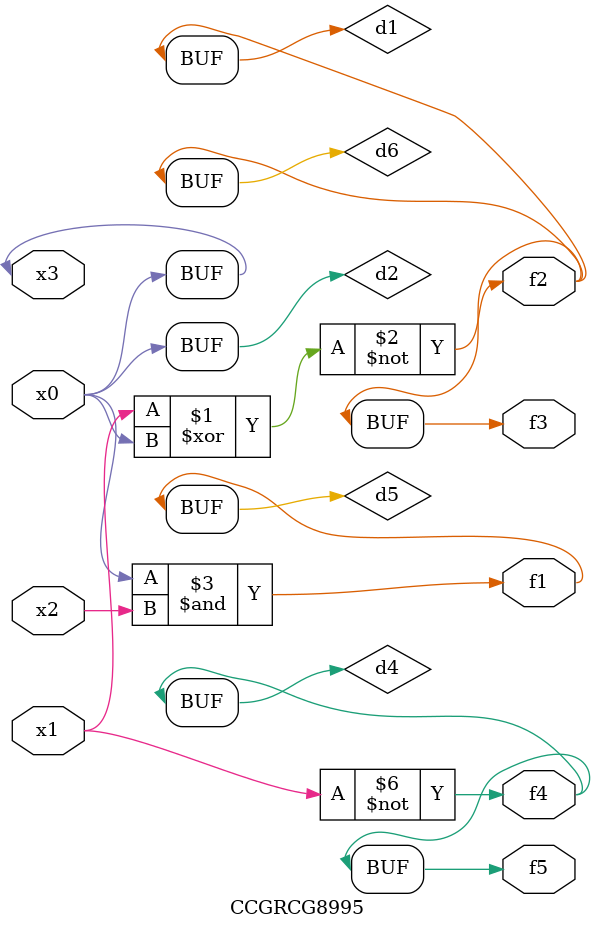
<source format=v>
module CCGRCG8995(
	input x0, x1, x2, x3,
	output f1, f2, f3, f4, f5
);

	wire d1, d2, d3, d4, d5, d6;

	xnor (d1, x1, x3);
	buf (d2, x0, x3);
	nand (d3, x0, x2);
	not (d4, x1);
	nand (d5, d3);
	or (d6, d1);
	assign f1 = d5;
	assign f2 = d6;
	assign f3 = d6;
	assign f4 = d4;
	assign f5 = d4;
endmodule

</source>
